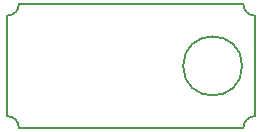
<source format=gbr>
G04 #@! TF.GenerationSoftware,KiCad,Pcbnew,5.0.0-fee4fd1~66~ubuntu16.04.1*
G04 #@! TF.CreationDate,2018-08-14T00:09:00-04:00*
G04 #@! TF.ProjectId,motor controller,6D6F746F7220636F6E74726F6C6C6572,rev?*
G04 #@! TF.SameCoordinates,Original*
G04 #@! TF.FileFunction,Profile,NP*
%FSLAX46Y46*%
G04 Gerber Fmt 4.6, Leading zero omitted, Abs format (unit mm)*
G04 Created by KiCad (PCBNEW 5.0.0-fee4fd1~66~ubuntu16.04.1) date Tue Aug 14 00:09:00 2018*
%MOMM*%
%LPD*%
G01*
G04 APERTURE LIST*
%ADD10C,0.150000*%
G04 APERTURE END LIST*
D10*
X19900000Y-5250000D02*
G75*
G03X19900000Y-5250000I-2500000J0D01*
G01*
X21000000Y-1000000D02*
G75*
G02X20000000Y0I0J1000000D01*
G01*
X20000000Y-10500000D02*
G75*
G02X21000000Y-9500000I1000000J0D01*
G01*
X0Y-9500000D02*
G75*
G02X1000000Y-10500000I0J-1000000D01*
G01*
X1000000Y0D02*
G75*
G02X0Y-1000000I-1000000J0D01*
G01*
X0Y-9500000D02*
X0Y-1000000D01*
X20000000Y-10500000D02*
X1000000Y-10500000D01*
X21000000Y-1000000D02*
X21000000Y-9500000D01*
X1000000Y0D02*
X20000000Y0D01*
M02*

</source>
